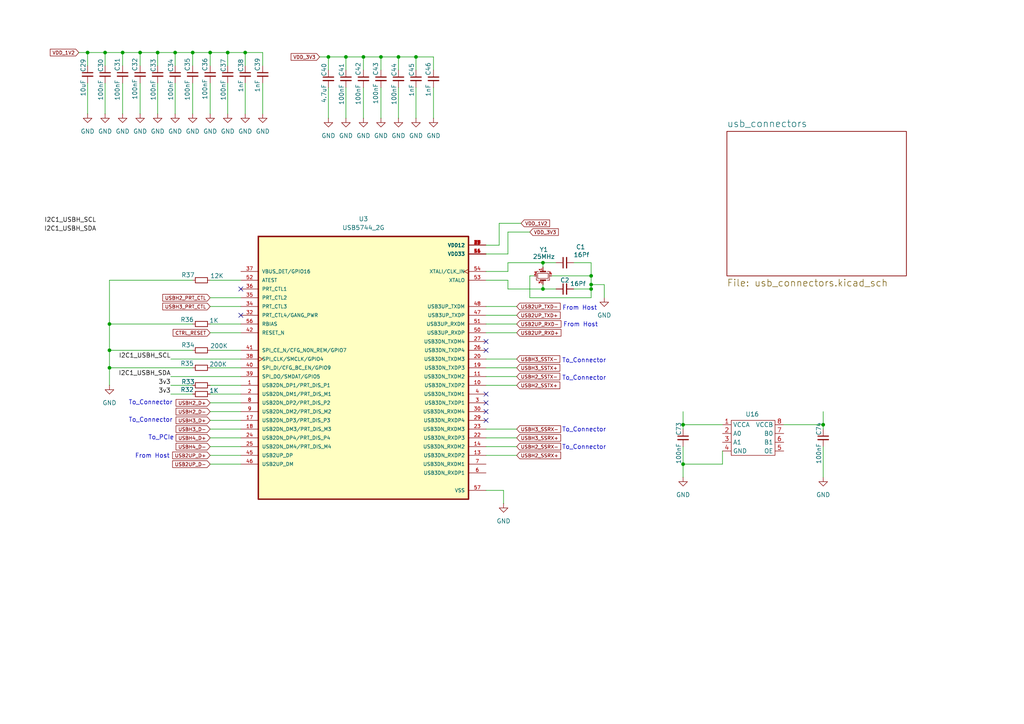
<source format=kicad_sch>
(kicad_sch (version 20231120) (generator "eeschema") (generator_version "8.0")
  (paper "A4")
  (lib_symbols
    (symbol "Device:C_Small" (pin_numbers hide) (pin_names (offset 0.254) hide)
      (property "Reference" "C" (at 0.254 1.778 0))
      (property "Value" "C_Small" (at 0.254 -2.032 0))
      (symbol "C_Small_0_1"
        (polyline (pts (xy -1.524 -0.508) (xy 1.524 -0.508)) (stroke (width 0.3302)))
        (polyline (pts (xy -1.524 0.508) (xy 1.524 0.508)) (stroke (width 0.3048)))
      )
      (symbol "C_Small_1_1"
        (pin passive line (at 0 2.54 270) (length 2.032) (name "~") (number "1"))
        (pin passive line (at 0 -2.54 90) (length 2.032) (name "~") (number "2"))
      )
    )
    (symbol "Device:Crystal_GND24_Small" (pin_names (offset 1.016) hide)
      (property "Reference" "Y" (at 1.27 4.445 0))
      (property "Value" "Crystal_GND24_Small" (at 1.27 2.54 0))
      (symbol "Crystal_GND24_Small_0_1"
        (rectangle (start -0.762 -1.524) (end 0.762 1.524))
        (polyline (pts (xy -1.27 -0.762) (xy -1.27 0.762)) (stroke (width 0.381)))
        (polyline (pts (xy 1.27 -0.762) (xy 1.27 0.762)) (stroke (width 0.381)))
        (polyline (pts (xy -1.27 -1.27) (xy -1.27 -1.905) (xy 1.27 -1.905) (xy 1.27 -1.27)))
        (polyline (pts (xy -1.27 1.27) (xy -1.27 1.905) (xy 1.27 1.905) (xy 1.27 1.27)))
      )
      (symbol "Crystal_GND24_Small_1_1"
        (pin passive line (at -2.54 0 0) (length 1.27) (name "1") (number "1"))
        (pin passive line (at 0 -2.54 90) (length 0.635) (name "2") (number "2"))
        (pin passive line (at 2.54 0 180) (length 1.27) (name "3") (number "3"))
        (pin passive line (at 0 2.54 270) (length 0.635) (name "4") (number "4"))
      )
    )
    (symbol "Device:R_Small" (pin_numbers hide) (pin_names (offset 0.254) hide)
      (property "Reference" "R" (at 0.762 0.508 0))
      (property "Value" "R_Small" (at 0.762 -1.016 0))
      (symbol "R_Small_0_1"
        (rectangle (start -0.762 1.778) (end 0.762 -1.778) (stroke (width 0.2032)))
      )
      (symbol "R_Small_1_1"
        (pin passive line (at 0 2.54 270) (length 0.762) (name "~") (number "1"))
        (pin passive line (at 0 -2.54 90) (length 0.762) (name "~") (number "2"))
      )
    )
    (symbol "USB5744_2G:USB5744_2G" (pin_names (offset 1.016))
      (property "Reference" "U" (at -30.5925 39.2492 0))
      (property "Value" "USB5744_2G" (at -30.5143 -42.1474 0))
      (symbol "USB5744_2G_0_0"
        (rectangle (start -30.48 -38.1) (end 30.48 38.1) (stroke (width 0.41)) (fill (type background)))
        (pin bidirectional line (at -35.56 -5.08 0) (length 5.08) (name "USB2DN_DP1/PRT_DIS_P1") (number "1"))
        (pin bidirectional line (at 35.56 -5.08 180) (length 5.08) (name "USB3DN_TXDP2") (number "10"))
        (pin bidirectional line (at 35.56 -2.54 180) (length 5.08) (name "USB3DN_TXDM2") (number "11"))
        (pin power_in line (at 35.56 35.56 180) (length 5.08) (name "VDD12") (number "12"))
        (pin bidirectional line (at 35.56 -25.4 180) (length 5.08) (name "USB3DN_RXDP2") (number "13"))
        (pin bidirectional line (at 35.56 -22.86 180) (length 5.08) (name "USB3DN_RXDM2") (number "14"))
        (pin power_in line (at 35.56 35.56 180) (length 5.08) (name "VDD12") (number "15"))
        (pin power_in line (at 35.56 33.02 180) (length 5.08) (name "VDD33") (number "16"))
        (pin bidirectional line (at -35.56 -15.24 0) (length 5.08) (name "USB2DN_DP3/PRT_DIS_P3") (number "17"))
        (pin bidirectional line (at -35.56 -17.78 0) (length 5.08) (name "USB2DN_DM3/PRT_DIS_M3") (number "18"))
        (pin bidirectional line (at 35.56 0 180) (length 5.08) (name "USB3DN_TXDP3") (number "19"))
        (pin bidirectional line (at -35.56 -7.62 0) (length 5.08) (name "USB2DN_DM1/PRT_DIS_M1") (number "2"))
        (pin bidirectional line (at 35.56 2.54 180) (length 5.08) (name "USB3DN_TXDM3") (number "20"))
        (pin power_in line (at 35.56 35.56 180) (length 5.08) (name "VDD12") (number "21"))
        (pin bidirectional line (at 35.56 -20.32 180) (length 5.08) (name "USB3DN_RXDP3") (number "22"))
        (pin bidirectional line (at 35.56 -17.78 180) (length 5.08) (name "USB3DN_RXDM3") (number "23"))
        (pin bidirectional line (at -35.56 -20.32 0) (length 5.08) (name "USB2DN_DP4/PRT_DIS_P4") (number "24"))
        (pin bidirectional line (at -35.56 -22.86 0) (length 5.08) (name "USB2DN_DM4/PRT_DIS_M4") (number "25"))
        (pin bidirectional line (at 35.56 5.08 180) (length 5.08) (name "USB3DN_TXDP4") (number "26"))
        (pin bidirectional line (at 35.56 7.62 180) (length 5.08) (name "USB3DN_TXDM4") (number "27"))
        (pin power_in line (at 35.56 35.56 180) (length 5.08) (name "VDD12") (number "28"))
        (pin bidirectional line (at 35.56 -15.24 180) (length 5.08) (name "USB3DN_RXDP4") (number "29"))
        (pin bidirectional line (at 35.56 -10.16 180) (length 5.08) (name "USB3DN_TXDP1") (number "3"))
        (pin bidirectional line (at 35.56 -12.7 180) (length 5.08) (name "USB3DN_RXDM4") (number "30"))
        (pin power_in line (at 35.56 33.02 180) (length 5.08) (name "VDD33") (number "31"))
        (pin input line (at -35.56 15.24 0) (length 5.08) (name "PRT_CTL4/GANG_PWR") (number "32"))
        (pin power_in line (at 35.56 35.56 180) (length 5.08) (name "VDD12") (number "33"))
        (pin input line (at -35.56 17.78 0) (length 5.08) (name "PRT_CTL3") (number "34"))
        (pin input line (at -35.56 20.32 0) (length 5.08) (name "PRT_CTL2") (number "35"))
        (pin input line (at -35.56 22.86 0) (length 5.08) (name "PRT_CTL1") (number "36"))
        (pin bidirectional line (at -35.56 27.94 0) (length 5.08) (name "VBUS_DET/GPIO16") (number "37"))
        (pin bidirectional clock (at -35.56 2.54 0) (length 5.08) (name "SPI_CLK/SMCLK/GPIO4") (number "38"))
        (pin bidirectional line (at -35.56 -2.54 0) (length 5.08) (name "SPI_DO/SMDAT/GPIO5") (number "39"))
        (pin bidirectional line (at 35.56 -7.62 180) (length 5.08) (name "USB3DN_TXDM1") (number "4"))
        (pin bidirectional line (at -35.56 0 0) (length 5.08) (name "SPI_DI/CFG_BC_EN/GPIO9") (number "40"))
        (pin bidirectional line (at -35.56 5.08 0) (length 5.08) (name "SPI_CE_N/CFG_NON_REM/GPIO7") (number "41"))
        (pin input line (at -35.56 10.16 0) (length 5.08) (name "RESET_N") (number "42"))
        (pin power_in line (at 35.56 35.56 180) (length 5.08) (name "VDD12") (number "43"))
        (pin power_in line (at 35.56 33.02 180) (length 5.08) (name "VDD33") (number "44"))
        (pin bidirectional line (at -35.56 -25.4 0) (length 5.08) (name "USB2UP_DP") (number "45"))
        (pin bidirectional line (at -35.56 -27.94 0) (length 5.08) (name "USB2UP_DM") (number "46"))
        (pin bidirectional line (at 35.56 15.24 180) (length 5.08) (name "USB3UP_TXDP") (number "47"))
        (pin bidirectional line (at 35.56 17.78 180) (length 5.08) (name "USB3UP_TXDM") (number "48"))
        (pin power_in line (at 35.56 35.56 180) (length 5.08) (name "VDD12") (number "49"))
        (pin power_in line (at 35.56 35.56 180) (length 5.08) (name "VDD12") (number "5"))
        (pin bidirectional line (at 35.56 10.16 180) (length 5.08) (name "USB3UP_RXDP") (number "50"))
        (pin bidirectional line (at 35.56 12.7 180) (length 5.08) (name "USB3UP_RXDM") (number "51"))
        (pin input line (at -35.56 25.4 0) (length 5.08) (name "ATEST") (number "52"))
        (pin output line (at 35.56 25.4 180) (length 5.08) (name "XTALO") (number "53"))
        (pin input clock (at 35.56 27.94 180) (length 5.08) (name "XTALI/CLK_IN") (number "54"))
        (pin power_in line (at 35.56 33.02 180) (length 5.08) (name "VDD33") (number "55"))
        (pin input line (at -35.56 12.7 0) (length 5.08) (name "RBIAS") (number "56"))
        (pin power_in line (at 35.56 -35.56 180) (length 5.08) (name "VSS") (number "57"))
        (pin bidirectional line (at 35.56 -30.48 180) (length 5.08) (name "USB3DN_RXDP1") (number "6"))
        (pin bidirectional line (at 35.56 -27.94 180) (length 5.08) (name "USB3DN_RXDM1") (number "7"))
        (pin bidirectional line (at -35.56 -10.16 0) (length 5.08) (name "USB2DN_DP2/PRT_DIS_P2") (number "8"))
        (pin bidirectional line (at -35.56 -12.7 0) (length 5.08) (name "USB2DN_DM2/PRT_DIS_M2") (number "9"))
      )
    )
    (symbol "_W_MX8M:FXMA2102L8X"
      (property "Reference" "U" (at 1.016 9.144 0))
      (symbol "FXMA2102L8X_0_1"
        (rectangle (start -5.08 7.62) (end 7.62 -2.54))
      )
      (symbol "FXMA2102L8X_1_1"
        (pin input line (at -7.62 6.35 0) (length 2.54) (name "VCCA") (number "1"))
        (pin input line (at -7.62 3.81 0) (length 2.54) (name "A0") (number "2"))
        (pin input line (at -7.62 1.27 0) (length 2.54) (name "A1") (number "3"))
        (pin input line (at -7.62 -1.27 0) (length 2.54) (name "GND") (number "4"))
        (pin input line (at 10.16 -1.27 180) (length 2.54) (name "OE") (number "5"))
        (pin input line (at 10.16 1.27 180) (length 2.54) (name "B1") (number "6"))
        (pin input line (at 10.16 3.81 180) (length 2.54) (name "B0") (number "7"))
        (pin input line (at 10.16 6.35 180) (length 2.54) (name "VCCB") (number "8"))
      )
    )
    (symbol "power:GND" (power) (pin_numbers hide) (pin_names (offset 0) hide)
      (property "Value" "GND" (at 0 -3.81 0))
      (symbol "GND_0_1"
        (polyline (pts (xy 0 0) (xy 0 -1.27) (xy 1.27 -1.27) (xy 0 -2.54) (xy -1.27 -1.27) (xy 0 -1.27)))
      )
      (symbol "GND_1_1"
        (pin power_in line (at 0 0 270) (length 0) (name "~") (number "1"))
      )
    )
  )
  (junction (at 25.4 15.24))
  (junction (at 110.49 16.51))
  (junction (at 171.45 83.82))
  (junction (at 55.88 15.24))
  (junction (at 171.45 80.01))
  (junction (at 31.75 93.98))
  (junction (at 31.75 106.68))
  (junction (at 71.12 15.24))
  (junction (at 66.04 15.24))
  (junction (at 95.25 16.51))
  (junction (at 171.45 82.55))
  (junction (at 120.65 16.51))
  (junction (at 198.12 123.19))
  (junction (at 35.56 15.24))
  (junction (at 157.48 76.2))
  (junction (at 157.48 83.82))
  (junction (at 50.8 15.24))
  (junction (at 100.33 16.51))
  (junction (at 238.76 123.19))
  (junction (at 105.41 16.51))
  (junction (at 31.75 101.6))
  (junction (at 60.96 15.24))
  (junction (at 198.12 134.62))
  (junction (at 40.64 15.24))
  (junction (at 115.57 16.51))
  (junction (at 45.72 15.24))
  (junction (at 30.48 15.24))
  (no_connect (at 140.97 116.84))
  (no_connect (at 140.97 99.06))
  (no_connect (at 140.97 119.38))
  (no_connect (at 140.97 101.6))
  (no_connect (at 69.85 91.44))
  (no_connect (at 69.85 83.82))
  (no_connect (at 140.97 121.92))
  (no_connect (at 140.97 114.3))
  (wire (pts (xy 95.25 25.4) (xy 95.25 34.29)))
  (wire (pts (xy 66.04 15.24) (xy 66.04 19.05)))
  (wire (pts (xy 31.75 93.98) (xy 55.88 93.98)))
  (wire (pts (xy 60.96 127) (xy 69.85 127)))
  (wire (pts (xy 60.96 111.76) (xy 69.85 111.76)))
  (wire (pts (xy 149.86 111.76) (xy 140.97 111.76)))
  (wire (pts (xy 149.86 106.68) (xy 140.97 106.68)))
  (wire (pts (xy 100.33 16.51) (xy 105.41 16.51)))
  (wire (pts (xy 175.26 86.36) (xy 175.26 82.55)))
  (wire (pts (xy 120.65 25.4) (xy 120.65 34.29)))
  (wire (pts (xy 60.96 86.36) (xy 69.85 86.36)))
  (wire (pts (xy 31.75 93.98) (xy 31.75 101.6)))
  (wire (pts (xy 30.48 15.24) (xy 35.56 15.24)))
  (wire (pts (xy 110.49 16.51) (xy 110.49 20.32)))
  (wire (pts (xy 120.65 20.32) (xy 120.65 16.51)))
  (wire (pts (xy 35.56 24.13) (xy 35.56 33.02)))
  (wire (pts (xy 140.97 142.24) (xy 146.05 142.24)))
  (wire (pts (xy 95.25 16.51) (xy 100.33 16.51)))
  (wire (pts (xy 175.26 82.55) (xy 171.45 82.55)))
  (wire (pts (xy 157.48 82.55) (xy 157.48 83.82)))
  (wire (pts (xy 105.41 16.51) (xy 110.49 16.51)))
  (wire (pts (xy 22.86 15.24) (xy 25.4 15.24)))
  (wire (pts (xy 149.86 104.14) (xy 140.97 104.14)))
  (wire (pts (xy 25.4 15.24) (xy 25.4 19.05)))
  (wire (pts (xy 55.88 24.13) (xy 55.88 33.02)))
  (wire (pts (xy 60.96 129.54) (xy 69.85 129.54)))
  (wire (pts (xy 147.32 76.2) (xy 157.48 76.2)))
  (wire (pts (xy 149.86 109.22) (xy 140.97 109.22)))
  (wire (pts (xy 147.32 73.66) (xy 147.32 67.31)))
  (wire (pts (xy 110.49 16.51) (xy 115.57 16.51)))
  (wire (pts (xy 115.57 25.4) (xy 115.57 34.29)))
  (wire (pts (xy 147.32 83.82) (xy 157.48 83.82)))
  (wire (pts (xy 60.96 24.13) (xy 60.96 33.02)))
  (wire (pts (xy 35.56 15.24) (xy 40.64 15.24)))
  (wire (pts (xy 31.75 81.28) (xy 55.88 81.28)))
  (wire (pts (xy 31.75 81.28) (xy 31.75 93.98)))
  (wire (pts (xy 66.04 15.24) (xy 71.12 15.24)))
  (wire (pts (xy 157.48 83.82) (xy 161.29 83.82)))
  (wire (pts (xy 60.96 132.08) (xy 69.85 132.08)))
  (wire (pts (xy 227.33 123.19) (xy 238.76 123.19)))
  (wire (pts (xy 60.96 121.92) (xy 69.85 121.92)))
  (wire (pts (xy 76.2 15.24) (xy 76.2 19.05)))
  (wire (pts (xy 60.96 15.24) (xy 60.96 19.05)))
  (wire (pts (xy 105.41 25.4) (xy 105.41 34.29)))
  (wire (pts (xy 238.76 129.54) (xy 238.76 138.43)))
  (wire (pts (xy 95.25 16.51) (xy 95.25 20.32)))
  (wire (pts (xy 140.97 78.74) (xy 147.32 78.74)))
  (wire (pts (xy 171.45 82.55) (xy 171.45 83.82)))
  (wire (pts (xy 120.65 16.51) (xy 125.73 16.51)))
  (wire (pts (xy 45.72 15.24) (xy 50.8 15.24)))
  (wire (pts (xy 166.37 83.82) (xy 171.45 83.82)))
  (wire (pts (xy 209.55 134.62) (xy 209.55 130.81)))
  (wire (pts (xy 31.75 106.68) (xy 55.88 106.68)))
  (wire (pts (xy 115.57 16.51) (xy 120.65 16.51)))
  (wire (pts (xy 171.45 76.2) (xy 166.37 76.2)))
  (wire (pts (xy 66.04 24.13) (xy 66.04 33.02)))
  (wire (pts (xy 198.12 119.38) (xy 198.12 123.19)))
  (wire (pts (xy 55.88 15.24) (xy 55.88 19.05)))
  (wire (pts (xy 100.33 25.4) (xy 100.33 34.29)))
  (wire (pts (xy 198.12 123.19) (xy 198.12 124.46)))
  (wire (pts (xy 144.78 64.77) (xy 151.13 64.77)))
  (wire (pts (xy 140.97 73.66) (xy 147.32 73.66)))
  (wire (pts (xy 60.96 114.3) (xy 69.85 114.3)))
  (wire (pts (xy 146.05 142.24) (xy 146.05 146.05)))
  (wire (pts (xy 60.96 134.62) (xy 69.85 134.62)))
  (wire (pts (xy 76.2 24.13) (xy 76.2 33.02)))
  (wire (pts (xy 40.64 15.24) (xy 40.64 19.05)))
  (wire (pts (xy 60.96 81.28) (xy 69.85 81.28)))
  (wire (pts (xy 60.96 106.68) (xy 69.85 106.68)))
  (wire (pts (xy 31.75 101.6) (xy 55.88 101.6)))
  (wire (pts (xy 60.96 88.9) (xy 69.85 88.9)))
  (wire (pts (xy 60.96 101.6) (xy 69.85 101.6)))
  (wire (pts (xy 160.02 80.01) (xy 171.45 80.01)))
  (wire (pts (xy 49.53 114.3) (xy 55.88 114.3)))
  (wire (pts (xy 149.86 88.9) (xy 140.97 88.9)))
  (wire (pts (xy 71.12 15.24) (xy 76.2 15.24)))
  (wire (pts (xy 25.4 24.13) (xy 25.4 33.02)))
  (wire (pts (xy 110.49 25.4) (xy 110.49 34.29)))
  (wire (pts (xy 238.76 123.19) (xy 238.76 124.46)))
  (wire (pts (xy 50.8 24.13) (xy 50.8 33.02)))
  (wire (pts (xy 149.86 93.98) (xy 140.97 93.98)))
  (wire (pts (xy 92.71 16.51) (xy 95.25 16.51)))
  (wire (pts (xy 60.96 93.98) (xy 69.85 93.98)))
  (wire (pts (xy 157.48 76.2) (xy 157.48 77.47)))
  (wire (pts (xy 25.4 15.24) (xy 30.48 15.24)))
  (wire (pts (xy 149.86 127) (xy 140.97 127)))
  (wire (pts (xy 105.41 16.51) (xy 105.41 20.32)))
  (wire (pts (xy 149.86 124.46) (xy 140.97 124.46)))
  (wire (pts (xy 147.32 81.28) (xy 147.32 83.82)))
  (wire (pts (xy 35.56 15.24) (xy 35.56 19.05)))
  (wire (pts (xy 125.73 16.51) (xy 125.73 20.32)))
  (wire (pts (xy 140.97 81.28) (xy 147.32 81.28)))
  (wire (pts (xy 40.64 24.13) (xy 40.64 33.02)))
  (wire (pts (xy 49.53 111.76) (xy 55.88 111.76)))
  (wire (pts (xy 144.78 71.12) (xy 144.78 64.77)))
  (wire (pts (xy 49.53 104.14) (xy 69.85 104.14)))
  (wire (pts (xy 31.75 106.68) (xy 31.75 111.76)))
  (wire (pts (xy 147.32 67.31) (xy 153.67 67.31)))
  (wire (pts (xy 30.48 19.05) (xy 30.48 15.24)))
  (wire (pts (xy 60.96 15.24) (xy 66.04 15.24)))
  (wire (pts (xy 125.73 25.4) (xy 125.73 34.29)))
  (wire (pts (xy 198.12 134.62) (xy 198.12 138.43)))
  (wire (pts (xy 31.75 101.6) (xy 31.75 106.68)))
  (wire (pts (xy 149.86 91.44) (xy 140.97 91.44)))
  (wire (pts (xy 153.67 80.01) (xy 153.67 86.36)))
  (wire (pts (xy 147.32 78.74) (xy 147.32 76.2)))
  (wire (pts (xy 149.86 129.54) (xy 140.97 129.54)))
  (wire (pts (xy 171.45 80.01) (xy 171.45 82.55)))
  (wire (pts (xy 144.78 71.12) (xy 140.97 71.12)))
  (wire (pts (xy 45.72 15.24) (xy 45.72 19.05)))
  (wire (pts (xy 55.88 15.24) (xy 60.96 15.24)))
  (wire (pts (xy 198.12 129.54) (xy 198.12 134.62)))
  (wire (pts (xy 50.8 19.05) (xy 50.8 15.24)))
  (wire (pts (xy 71.12 19.05) (xy 71.12 15.24)))
  (wire (pts (xy 171.45 83.82) (xy 171.45 86.36)))
  (wire (pts (xy 149.86 96.52) (xy 140.97 96.52)))
  (wire (pts (xy 49.53 109.22) (xy 69.85 109.22)))
  (wire (pts (xy 71.12 24.13) (xy 71.12 33.02)))
  (wire (pts (xy 149.86 132.08) (xy 140.97 132.08)))
  (wire (pts (xy 60.96 124.46) (xy 69.85 124.46)))
  (wire (pts (xy 45.72 24.13) (xy 45.72 33.02)))
  (wire (pts (xy 40.64 15.24) (xy 45.72 15.24)))
  (wire (pts (xy 30.48 24.13) (xy 30.48 33.02)))
  (wire (pts (xy 115.57 16.51) (xy 115.57 20.32)))
  (wire (pts (xy 198.12 134.62) (xy 209.55 134.62)))
  (wire (pts (xy 153.67 80.01) (xy 154.94 80.01)))
  (wire (pts (xy 171.45 86.36) (xy 153.67 86.36)))
  (wire (pts (xy 50.8 15.24) (xy 55.88 15.24)))
  (wire (pts (xy 100.33 20.32) (xy 100.33 16.51)))
  (wire (pts (xy 171.45 80.01) (xy 171.45 76.2)))
  (wire (pts (xy 209.55 123.19) (xy 198.12 123.19)))
  (wire (pts (xy 60.96 96.52) (xy 69.85 96.52)))
  (wire (pts (xy 238.76 119.38) (xy 238.76 123.19)))
  (wire (pts (xy 60.96 116.84) (xy 69.85 116.84)))
  (wire (pts (xy 157.48 76.2) (xy 161.29 76.2)))
  (wire (pts (xy 60.96 119.38) (xy 69.85 119.38)))
  (text "To_Connector" (at 169.418 104.648 0) (effects (font (size 1.27 1.27))))
  (text "To_PCIe" (at 46.736 127 0) (effects (font (size 1.27 1.27))))
  (text "From Host" (at 44.196 132.334 0) (effects (font (size 1.27 1.27))))
  (text "To_Connector" (at 169.418 109.728 0) (effects (font (size 1.27 1.27))))
  (text "To_Connector" (at 43.688 121.92 0) (effects (font (size 1.27 1.27))))
  (text "From Host" (at 168.402 94.234 0) (effects (font (size 1.27 1.27))))
  (text "To_Connector" (at 169.418 124.714 0) (effects (font (size 1.27 1.27))))
  (text "To_Connector" (at 169.418 129.794 0) (effects (font (size 1.27 1.27))))
  (text "To_Connector" (at 43.688 116.84 0) (effects (font (size 1.27 1.27))))
  (text "From Host" (at 168.148 89.408 0) (effects (font (size 1.27 1.27))))
  (label "3v3" (at 49.53 114.3 180))
  (label "I2C1_USBH_SDA" (at 27.94 67.31 180))
  (label "I2C1_USBH_SCL" (at 27.94 64.77 180))
  (label "I2C1_USBH_SDA" (at 49.53 109.22 180))
  (label "3v3" (at 49.53 111.76 180))
  (label "I2C1_USBH_SCL" (at 49.53 104.14 180))
  (global_label "USBH4_D-" (shape input) (at 60.96 129.54 180) (effects (font (size 1 1))) (property "Intersheetrefs" "${INTERSHEET_REFS}" (effects (hide yes))))
  (global_label "VDD_1V2" (shape input) (at 151.13 64.77 0) (effects (font (size 1 1))) (property "Intersheetrefs" "${INTERSHEET_REFS}" (effects (hide yes))))
  (global_label "USB2UP_TXD-" (shape input) (at 149.86 88.9 0) (effects (font (size 1 1))) (property "Intersheetrefs" "${INTERSHEET_REFS}" (effects (hide yes))))
  (global_label "USBH3_SSRX-" (shape input) (at 149.86 124.46 0) (effects (font (size 1 1))) (property "Intersheetrefs" "${INTERSHEET_REFS}" (effects (hide yes))))
  (global_label "USBH3_PRT_CTL" (shape input) (at 60.96 88.9 180) (effects (font (size 1 1))) (property "Intersheetrefs" "${INTERSHEET_REFS}" (effects (hide yes))))
  (global_label "CTRL_RESET" (shape input) (at 60.96 96.52 180) (effects (font (size 1 1))) (property "Intersheetrefs" "${INTERSHEET_REFS}" (effects (hide yes))))
  (global_label "USBH2_SSRX-" (shape input) (at 149.86 129.54 0) (effects (font (size 1 1))) (property "Intersheetrefs" "${INTERSHEET_REFS}" (effects (hide yes))))
  (global_label "USBH4_D+" (shape input) (at 60.96 127 180) (effects (font (size 1 1))) (property "Intersheetrefs" "${INTERSHEET_REFS}" (effects (hide yes))))
  (global_label "USBH2_PRT_CTL" (shape input) (at 60.96 86.36 180) (effects (font (size 1 1))) (property "Intersheetrefs" "${INTERSHEET_REFS}" (effects (hide yes))))
  (global_label "USB2UP_RXD+" (shape input) (at 149.86 96.52 0) (effects (font (size 1 1))) (property "Intersheetrefs" "${INTERSHEET_REFS}" (effects (hide yes))))
  (global_label "USBH2_SSTX-" (shape input) (at 149.86 109.22 0) (effects (font (size 1 1))) (property "Intersheetrefs" "${INTERSHEET_REFS}" (effects (hide yes))))
  (global_label "USBH2_SSTX+" (shape input) (at 149.86 111.76 0) (effects (font (size 1 1))) (property "Intersheetrefs" "${INTERSHEET_REFS}" (effects (hide yes))))
  (global_label "VDD_1V2" (shape input) (at 22.86 15.24 180) (effects (font (size 1 1))) (property "Intersheetrefs" "${INTERSHEET_REFS}" (effects (hide yes))))
  (global_label "USBH3_SSTX+" (shape input) (at 149.86 106.68 0) (effects (font (size 1 1))) (property "Intersheetrefs" "${INTERSHEET_REFS}" (effects (hide yes))))
  (global_label "USBH2_D+" (shape input) (at 60.96 116.84 180) (effects (font (size 1 1))) (property "Intersheetrefs" "${INTERSHEET_REFS}" (effects (hide yes))))
  (global_label "VDD_3V3" (shape input) (at 92.71 16.51 180) (effects (font (size 1 1))) (property "Intersheetrefs" "${INTERSHEET_REFS}" (effects (hide yes))))
  (global_label "USBH2_D-" (shape input) (at 60.96 119.38 180) (effects (font (size 1 1))) (property "Intersheetrefs" "${INTERSHEET_REFS}" (effects (hide yes))))
  (global_label "VDD_3V3" (shape input) (at 153.67 67.31 0) (effects (font (size 1 1))) (property "Intersheetrefs" "${INTERSHEET_REFS}" (effects (hide yes))))
  (global_label "USB2UP_RXD-" (shape input) (at 149.86 93.98 0) (effects (font (size 1 1))) (property "Intersheetrefs" "${INTERSHEET_REFS}" (effects (hide yes))))
  (global_label "USBH2_SSRX+" (shape input) (at 149.86 132.08 0) (effects (font (size 1 1))) (property "Intersheetrefs" "${INTERSHEET_REFS}" (effects (hide yes))))
  (global_label "USBH3_SSTX-" (shape input) (at 149.86 104.14 0) (effects (font (size 1 1))) (property "Intersheetrefs" "${INTERSHEET_REFS}" (effects (hide yes))))
  (global_label "USB2UP_D-" (shape input) (at 60.96 134.62 180) (effects (font (size 1 1))) (property "Intersheetrefs" "${INTERSHEET_REFS}" (effects (hide yes))))
  (global_label "USBH3_D+" (shape input) (at 60.96 121.92 180) (effects (font (size 1 1))) (property "Intersheetrefs" "${INTERSHEET_REFS}" (effects (hide yes))))
  (global_label "USBH3_D-" (shape input) (at 60.96 124.46 180) (effects (font (size 1 1))) (property "Intersheetrefs" "${INTERSHEET_REFS}" (effects (hide yes))))
  (global_label "USB2UP_TXD+" (shape input) (at 149.86 91.44 0) (effects (font (size 1 1))) (property "Intersheetrefs" "${INTERSHEET_REFS}" (effects (hide yes))))
  (global_label "USB2UP_D+" (shape input) (at 60.96 132.08 180) (effects (font (size 1 1))) (property "Intersheetrefs" "${INTERSHEET_REFS}" (effects (hide yes))))
  (global_label "USBH3_SSRX+" (shape input) (at 149.86 127 0) (effects (font (size 1 1))) (property "Intersheetrefs" "${INTERSHEET_REFS}" (effects (hide yes))))
  (symbol (lib_id "power:GND") (at 71.12 33.02 0) (unit 1)
    (property "Reference" "#PWR060" (effects (hide yes)))
    (property "Value" "GND" (at 71.12 38.1 0))
    (property "Description" "Power symbol creates a global label with name \"GND\" , ground" (effects (hide yes)))
  )
  (symbol (lib_id "Device:Crystal_GND24_Small") (at 157.48 80.01 270) (unit 1)
    (property "Reference" "Y1" (at 157.734 72.39 90))
    (property "Value" "25MHz" (at 157.734 74.422 90))
    (property "Footprint" "Crystal:Crystal_SMD_0603-4Pin_6.0x3.5mm" (effects (hide yes)))
    (property "Description" "Four pin crystal, GND on pins 2 and 4, small symbol" (effects (hide yes)))
  )
  (symbol (lib_id "Device:R_Small") (at 58.42 81.28 270) (mirror x) (unit 1)
    (property "Reference" "R37" (at 52.578 79.756 90) (effects (justify left)))
    (property "Value" "12K" (at 60.96 80.01 90) (effects (justify left)))
    (property "Footprint" "Resistor_SMD:R_0402_1005Metric" (effects (hide yes)))
    (property "Description" "Resistor, small symbol" (effects (hide yes)))
  )
  (symbol (lib_id "power:GND") (at 175.26 86.36 0) (unit 1)
    (property "Reference" "#PWR03" (effects (hide yes)))
    (property "Value" "GND" (at 175.26 91.44 0))
    (property "Description" "Power symbol creates a global label with name \"GND\" , ground" (effects (hide yes)))
  )
  (symbol (lib_id "Device:C_Small") (at 105.41 22.86 0) (unit 1)
    (property "Reference" "C42" (at 103.886 18.034 90) (effects (justify right)))
    (property "Value" "100nF" (at 103.886 24.384 90) (effects (justify right)))
    (property "Footprint" "Capacitor_SMD:C_0402_1005Metric" (effects (hide yes)))
    (property "Description" "Unpolarized capacitor, small symbol" (effects (hide yes)))
  )
  (symbol (lib_id "Device:C_Small") (at 110.49 22.86 0) (unit 1)
    (property "Reference" "C43" (at 108.966 18.034 90) (effects (justify right)))
    (property "Value" "100nF" (at 108.966 24.13 90) (effects (justify right)))
    (property "Footprint" "Capacitor_SMD:C_0402_1005Metric" (effects (hide yes)))
    (property "Description" "Unpolarized capacitor, small symbol" (effects (hide yes)))
  )
  (symbol (lib_id "Device:R_Small") (at 58.42 114.3 270) (mirror x) (unit 1)
    (property "Reference" "R32" (at 52.324 113.03 90) (effects (justify left)))
    (property "Value" "1K" (at 60.706 113.284 90) (effects (justify left)))
    (property "Footprint" "Resistor_SMD:R_0402_1005Metric" (effects (hide yes)))
    (property "Description" "Resistor, small symbol" (effects (hide yes)))
  )
  (symbol (lib_id "Device:R_Small") (at 58.42 106.68 270) (mirror x) (unit 1)
    (property "Reference" "R35" (at 52.324 105.41 90) (effects (justify left)))
    (property "Value" "200K" (at 60.706 105.664 90) (effects (justify left)))
    (property "Footprint" "Resistor_SMD:R_0402_1005Metric" (effects (hide yes)))
    (property "Description" "Resistor, small symbol" (effects (hide yes)))
  )
  (symbol (lib_id "Device:C_Small") (at 163.83 83.82 90) (unit 1)
    (property "Reference" "C2" (at 163.83 81.28 90))
    (property "Value" "16Pf" (at 167.64 82.296 90))
    (property "Footprint" "Capacitor_SMD:C_0402_1005Metric" (effects (hide yes)))
    (property "Description" "Unpolarized capacitor, small symbol" (effects (hide yes)))
  )
  (symbol (lib_id "Device:C_Small") (at 163.83 76.2 90) (unit 1)
    (property "Reference" "C1" (at 168.402 71.628 90))
    (property "Value" "16Pf" (at 168.656 73.914 90))
    (property "Footprint" "Capacitor_SMD:C_0402_1005Metric" (effects (hide yes)))
    (property "Description" "Unpolarized capacitor, small symbol" (effects (hide yes)))
  )
  (symbol (lib_id "Device:C_Small") (at 25.4 21.59 0) (unit 1)
    (property "Reference" "C29" (at 24.13 17.018 90) (effects (justify right)))
    (property "Value" "10uF" (at 24.13 23.114 90) (effects (justify right)))
    (property "Footprint" "Capacitor_SMD:C_0402_1005Metric" (effects (hide yes)))
    (property "Description" "Unpolarized capacitor, small symbol" (effects (hide yes)))
  )
  (symbol (lib_id "power:GND") (at 100.33 34.29 0) (unit 1)
    (property "Reference" "#PWR063" (effects (hide yes)))
    (property "Value" "GND" (at 100.33 39.37 0))
    (property "Description" "Power symbol creates a global label with name \"GND\" , ground" (effects (hide yes)))
  )
  (symbol (lib_id "Device:C_Small") (at 71.12 21.59 0) (unit 1)
    (property "Reference" "C38" (at 69.85 17.018 90) (effects (justify right)))
    (property "Value" "1nF" (at 69.85 23.114 90) (effects (justify right)))
    (property "Footprint" "Capacitor_SMD:C_0402_1005Metric" (effects (hide yes)))
    (property "Description" "Unpolarized capacitor, small symbol" (effects (hide yes)))
  )
  (symbol (lib_id "Device:C_Small") (at 30.48 21.59 0) (unit 1)
    (property "Reference" "C30" (at 29.21 17.018 90) (effects (justify right)))
    (property "Value" "100nF" (at 29.21 23.114 90) (effects (justify right)))
    (property "Footprint" "Capacitor_SMD:C_0402_1005Metric" (effects (hide yes)))
    (property "Description" "Unpolarized capacitor, small symbol" (effects (hide yes)))
  )
  (symbol (lib_id "Device:R_Small") (at 58.42 101.6 270) (mirror x) (unit 1)
    (property "Reference" "R34" (at 52.578 100.076 90) (effects (justify left)))
    (property "Value" "200K" (at 60.96 100.33 90) (effects (justify left)))
    (property "Footprint" "Resistor_SMD:R_0402_1005Metric" (effects (hide yes)))
    (property "Description" "Resistor, small symbol" (effects (hide yes)))
  )
  (symbol (lib_id "Device:C_Small") (at 120.65 22.86 0) (unit 1)
    (property "Reference" "C45" (at 119.38 18.288 90) (effects (justify right)))
    (property "Value" "1nF" (at 119.38 24.384 90) (effects (justify right)))
    (property "Footprint" "Capacitor_SMD:C_0402_1005Metric" (effects (hide yes)))
    (property "Description" "Unpolarized capacitor, small symbol" (effects (hide yes)))
  )
  (symbol (lib_id "power:GND") (at 66.04 33.02 0) (unit 1)
    (property "Reference" "#PWR059" (effects (hide yes)))
    (property "Value" "GND" (at 66.04 38.1 0))
    (property "Description" "Power symbol creates a global label with name \"GND\" , ground" (effects (hide yes)))
  )
  (symbol (lib_id "power:GND") (at 50.8 33.02 0) (unit 1)
    (property "Reference" "#PWR056" (effects (hide yes)))
    (property "Value" "GND" (at 50.8 38.1 0))
    (property "Description" "Power symbol creates a global label with name \"GND\" , ground" (effects (hide yes)))
  )
  (symbol (lib_id "Device:C_Small") (at 35.56 21.59 0) (unit 1)
    (property "Reference" "C31" (at 34.036 16.764 90) (effects (justify right)))
    (property "Value" "100nF" (at 34.036 23.114 90) (effects (justify right)))
    (property "Footprint" "Capacitor_SMD:C_0402_1005Metric" (effects (hide yes)))
    (property "Description" "Unpolarized capacitor, small symbol" (effects (hide yes)))
  )
  (symbol (lib_id "Device:C_Small") (at 238.76 127 0) (unit 1)
    (property "Reference" "C74" (at 237.49 122.428 90) (effects (justify right)))
    (property "Value" "100nF" (at 237.49 128.524 90) (effects (justify right)))
    (property "Footprint" "Capacitor_SMD:C_0402_1005Metric" (effects (hide yes)))
    (property "Description" "Unpolarized capacitor, small symbol" (effects (hide yes)))
  )
  (symbol (lib_id "power:GND") (at 238.76 138.43 0) (unit 1)
    (property "Reference" "#PWR115" (effects (hide yes)))
    (property "Value" "GND" (at 238.76 143.51 0))
    (property "Description" "Power symbol creates a global label with name \"GND\" , ground" (effects (hide yes)))
  )
  (symbol (lib_id "power:GND") (at 105.41 34.29 0) (unit 1)
    (property "Reference" "#PWR064" (effects (hide yes)))
    (property "Value" "GND" (at 105.41 39.37 0))
    (property "Description" "Power symbol creates a global label with name \"GND\" , ground" (effects (hide yes)))
  )
  (symbol (lib_id "power:GND") (at 35.56 33.02 0) (unit 1)
    (property "Reference" "#PWR053" (effects (hide yes)))
    (property "Value" "GND" (at 35.56 38.1 0))
    (property "Description" "Power symbol creates a global label with name \"GND\" , ground" (effects (hide yes)))
  )
  (symbol (lib_id "power:GND") (at 198.12 138.43 0) (unit 1)
    (property "Reference" "#PWR114" (effects (hide yes)))
    (property "Value" "GND" (at 198.12 143.51 0))
    (property "Description" "Power symbol creates a global label with name \"GND\" , ground" (effects (hide yes)))
  )
  (symbol (lib_id "Device:R_Small") (at 58.42 93.98 270) (mirror x) (unit 1)
    (property "Reference" "R36" (at 52.324 92.71 90) (effects (justify left)))
    (property "Value" "1K" (at 60.706 92.964 90) (effects (justify left)))
    (property "Footprint" "Resistor_SMD:R_0402_1005Metric" (effects (hide yes)))
    (property "Description" "Resistor, small symbol" (effects (hide yes)))
  )
  (symbol (lib_id "power:GND") (at 146.05 146.05 0) (unit 1)
    (property "Reference" "#PWR06" (effects (hide yes)))
    (property "Value" "GND" (at 146.05 151.13 0))
    (property "Description" "Power symbol creates a global label with name \"GND\" , ground" (effects (hide yes)))
  )
  (symbol (lib_id "power:GND") (at 95.25 34.29 0) (unit 1)
    (property "Reference" "#PWR062" (effects (hide yes)))
    (property "Value" "GND" (at 95.25 39.37 0))
    (property "Description" "Power symbol creates a global label with name \"GND\" , ground" (effects (hide yes)))
  )
  (symbol (lib_id "Device:C_Small") (at 100.33 22.86 0) (unit 1)
    (property "Reference" "C41" (at 99.06 18.288 90) (effects (justify right)))
    (property "Value" "100nF" (at 99.06 24.384 90) (effects (justify right)))
    (property "Footprint" "Capacitor_SMD:C_0402_1005Metric" (effects (hide yes)))
    (property "Description" "Unpolarized capacitor, small symbol" (effects (hide yes)))
  )
  (symbol (lib_id "power:GND") (at 31.75 111.76 0) (unit 1)
    (property "Reference" "#PWR156" (effects (hide yes)))
    (property "Value" "GND" (at 31.75 116.84 0))
    (property "Description" "Power symbol creates a global label with name \"GND\" , ground" (effects (hide yes)))
  )
  (symbol (lib_id "Device:C_Small") (at 66.04 21.59 0) (unit 1)
    (property "Reference" "C37" (at 64.77 17.018 90) (effects (justify right)))
    (property "Value" "100nF" (at 64.77 23.114 90) (effects (justify right)))
    (property "Footprint" "Capacitor_SMD:C_0402_1005Metric" (effects (hide yes)))
    (property "Description" "Unpolarized capacitor, small symbol" (effects (hide yes)))
  )
  (symbol (lib_id "_W_MX8M:FXMA2102L8X") (at 217.17 129.54 0) (unit 1)
    (property "Reference" "U16" (at 218.186 120.142 0))
    (property "Value" "~" (at 218.44 120.65 0))
    (property "Footprint" "_W_SBC:MICROPAK8_1P6X1P6_ONS" (effects (hide yes)))
  )
  (symbol (lib_id "power:GND") (at 125.73 34.29 0) (unit 1)
    (property "Reference" "#PWR068" (effects (hide yes)))
    (property "Value" "GND" (at 125.73 39.37 0))
    (property "Description" "Power symbol creates a global label with name \"GND\" , ground" (effects (hide yes)))
  )
  (symbol (lib_id "Device:C_Small") (at 76.2 21.59 0) (unit 1)
    (property "Reference" "C39" (at 74.676 16.764 90) (effects (justify right)))
    (property "Value" "1nF" (at 74.676 23.114 90) (effects (justify right)))
    (property "Footprint" "Capacitor_SMD:C_0402_1005Metric" (effects (hide yes)))
    (property "Description" "Unpolarized capacitor, small symbol" (effects (hide yes)))
  )
  (symbol (lib_id "Device:C_Small") (at 95.25 22.86 0) (unit 1)
    (property "Reference" "C40" (at 93.98 18.288 90) (effects (justify right)))
    (property "Value" "4.7uF" (at 93.98 24.384 90) (effects (justify right)))
    (property "Footprint" "Capacitor_SMD:C_0402_1005Metric" (effects (hide yes)))
    (property "Description" "Unpolarized capacitor, small symbol" (effects (hide yes)))
  )
  (symbol (lib_id "Device:C_Small") (at 50.8 21.59 0) (unit 1)
    (property "Reference" "C34" (at 49.53 17.018 90) (effects (justify right)))
    (property "Value" "100nF" (at 49.53 23.114 90) (effects (justify right)))
    (property "Footprint" "Capacitor_SMD:C_0402_1005Metric" (effects (hide yes)))
    (property "Description" "Unpolarized capacitor, small symbol" (effects (hide yes)))
  )
  (symbol (lib_id "power:GND") (at 55.88 33.02 0) (unit 1)
    (property "Reference" "#PWR057" (effects (hide yes)))
    (property "Value" "GND" (at 55.88 38.1 0))
    (property "Description" "Power symbol creates a global label with name \"GND\" , ground" (effects (hide yes)))
  )
  (symbol (lib_id "Device:C_Small") (at 198.12 127 0) (unit 1)
    (property "Reference" "C73" (at 196.85 122.428 90) (effects (justify right)))
    (property "Value" "100nF" (at 196.85 128.524 90) (effects (justify right)))
    (property "Footprint" "Capacitor_SMD:C_0402_1005Metric" (effects (hide yes)))
    (property "Description" "Unpolarized capacitor, small symbol" (effects (hide yes)))
  )
  (symbol (lib_id "USB5744_2G:USB5744_2G") (at 105.41 106.68 0) (unit 1)
    (property "Reference" "U3" (at 105.41 63.5 0))
    (property "Value" "USB5744_2G" (at 105.41 66.04 0))
    (property "Footprint" "_W_SBC:QFN40P700X700X100-57N" (effects (hide yes)))
    (property "MF" "Microchip Technology" (effects (hide yes)))
    (property "SNAPEDA_PACKAGE_ID" "27764" (effects (hide yes)))
    (property "Package" "VFQFN-56 Microchip" (effects (hide yes)))
    (property "Price" "None" (effects (hide yes)))
    (property "Check_prices" "https://www.snapeda.com/parts/USB5744/2G/Microchip/view-part/?ref=eda" (effects (hide yes)))
    (property "STANDARD" "IPC-7351B" (effects (hide yes)))
    (property "PARTREV" "DS00001855E(02-10-17)" (effects (hide yes)))
    (property "SnapEDA_Link" "https://www.snapeda.com/parts/USB5744/2G/Microchip/view-part/?ref=snap" (effects (hide yes)))
    (property "MP" "USB5744/2G" (effects (hide yes)))
    (property "Description_1" "\n                        \n                            USB Hub Controller USB 2.0, USB 3.2 USB Interface 56-VQFN (7x7)\n                        \n" (effects (hide yes)))
    (property "Availability" "In Stock" (effects (hide yes)))
    (property "MANUFACTURER" "Microchip" (effects (hide yes)))
  )
  (symbol (lib_id "power:GND") (at 30.48 33.02 0) (unit 1)
    (property "Reference" "#PWR052" (effects (hide yes)))
    (property "Value" "GND" (at 30.48 38.1 0))
    (property "Description" "Power symbol creates a global label with name \"GND\" , ground" (effects (hide yes)))
  )
  (symbol (lib_id "Device:C_Small") (at 40.64 21.59 0) (unit 1)
    (property "Reference" "C32" (at 39.116 16.764 90) (effects (justify right)))
    (property "Value" "100nF" (at 39.116 22.86 90) (effects (justify right)))
    (property "Footprint" "Capacitor_SMD:C_0402_1005Metric" (effects (hide yes)))
    (property "Description" "Unpolarized capacitor, small symbol" (effects (hide yes)))
  )
  (symbol (lib_id "Device:C_Small") (at 55.88 21.59 0) (unit 1)
    (property "Reference" "C35" (at 54.356 16.764 90) (effects (justify right)))
    (property "Value" "100nF" (at 54.356 23.114 90) (effects (justify right)))
    (property "Footprint" "Capacitor_SMD:C_0402_1005Metric" (effects (hide yes)))
    (property "Description" "Unpolarized capacitor, small symbol" (effects (hide yes)))
  )
  (symbol (lib_id "power:GND") (at 40.64 33.02 0) (unit 1)
    (property "Reference" "#PWR054" (effects (hide yes)))
    (property "Value" "GND" (at 40.64 38.1 0))
    (property "Description" "Power symbol creates a global label with name \"GND\" , ground" (effects (hide yes)))
  )
  (symbol (lib_id "power:GND") (at 25.4 33.02 0) (unit 1)
    (property "Reference" "#PWR051" (effects (hide yes)))
    (property "Value" "GND" (at 25.4 38.1 0))
    (property "Description" "Power symbol creates a global label with name \"GND\" , ground" (effects (hide yes)))
  )
  (symbol (lib_id "power:GND") (at 110.49 34.29 0) (unit 1)
    (property "Reference" "#PWR065" (effects (hide yes)))
    (property "Value" "GND" (at 110.49 39.37 0))
    (property "Description" "Power symbol creates a global label with name \"GND\" , ground" (effects (hide yes)))
  )
  (symbol (lib_id "power:GND") (at 60.96 33.02 0) (unit 1)
    (property "Reference" "#PWR058" (effects (hide yes)))
    (property "Value" "GND" (at 60.96 38.1 0))
    (property "Description" "Power symbol creates a global label with name \"GND\" , ground" (effects (hide yes)))
  )
  (symbol (lib_id "Device:C_Small") (at 115.57 22.86 0) (unit 1)
    (property "Reference" "C44" (at 114.3 18.288 90) (effects (justify right)))
    (property "Value" "100nF" (at 114.3 24.384 90) (effects (justify right)))
    (property "Footprint" "Capacitor_SMD:C_0402_1005Metric" (effects (hide yes)))
    (property "Description" "Unpolarized capacitor, small symbol" (effects (hide yes)))
  )
  (symbol (lib_id "Device:C_Small") (at 60.96 21.59 0) (unit 1)
    (property "Reference" "C36" (at 59.436 16.764 90) (effects (justify right)))
    (property "Value" "100nF" (at 59.436 22.86 90) (effects (justify right)))
    (property "Footprint" "Capacitor_SMD:C_0402_1005Metric" (effects (hide yes)))
    (property "Description" "Unpolarized capacitor, small symbol" (effects (hide yes)))
  )
  (symbol (lib_id "Device:C_Small") (at 125.73 22.86 0) (unit 1)
    (property "Reference" "C46" (at 124.206 18.034 90) (effects (justify right)))
    (property "Value" "1nF" (at 124.206 24.384 90) (effects (justify right)))
    (property "Footprint" "Capacitor_SMD:C_0402_1005Metric" (effects (hide yes)))
    (property "Description" "Unpolarized capacitor, small symbol" (effects (hide yes)))
  )
  (symbol (lib_id "power:GND") (at 120.65 34.29 0) (unit 1)
    (property "Reference" "#PWR067" (effects (hide yes)))
    (property "Value" "GND" (at 120.65 39.37 0))
    (property "Description" "Power symbol creates a global label with name \"GND\" , ground" (effects (hide yes)))
  )
  (symbol (lib_id "power:GND") (at 76.2 33.02 0) (unit 1)
    (property "Reference" "#PWR061" (effects (hide yes)))
    (property "Value" "GND" (at 76.2 38.1 0))
    (property "Description" "Power symbol creates a global label with name \"GND\" , ground" (effects (hide yes)))
  )
  (symbol (lib_id "Device:R_Small") (at 58.42 111.76 270) (mirror x) (unit 1)
    (property "Reference" "R33" (at 52.578 110.744 90) (effects (justify left)))
    (property "Value" "1K" (effects (hide yes)))
    (property "Footprint" "Resistor_SMD:R_0402_1005Metric" (effects (hide yes)))
    (property "Description" "Resistor, small symbol" (effects (hide yes)))
  )
  (symbol (lib_id "power:GND") (at 45.72 33.02 0) (unit 1)
    (property "Reference" "#PWR055" (effects (hide yes)))
    (property "Value" "GND" (at 45.72 38.1 0))
    (property "Description" "Power symbol creates a global label with name \"GND\" , ground" (effects (hide yes)))
  )
  (symbol (lib_id "power:GND") (at 115.57 34.29 0) (unit 1)
    (property "Reference" "#PWR066" (effects (hide yes)))
    (property "Value" "GND" (at 115.57 39.37 0))
    (property "Description" "Power symbol creates a global label with name \"GND\" , ground" (effects (hide yes)))
  )
  (symbol (lib_id "Device:C_Small") (at 45.72 21.59 0) (unit 1)
    (property "Reference" "C33" (at 44.45 17.018 90) (effects (justify right)))
    (property "Value" "100nF" (at 44.45 23.114 90) (effects (justify right)))
    (property "Footprint" "Capacitor_SMD:C_0402_1005Metric" (effects (hide yes)))
    (property "Description" "Unpolarized capacitor, small symbol" (effects (hide yes)))
  )
  (sheet (at 210.82 38.1) (size 52.07 41.91) (stroke (width 0.1524))
    (property "Sheetname" "usb_connectors" (at 210.82 37.0234 0) (effects (font (size 2 2)) (justify left bottom)))
    (property "Sheetfile" "usb_connectors.kicad_sch" (at 210.82 80.8866 0) (effects (font (size 2 2)) (justify left top)))
  )
)
</source>
